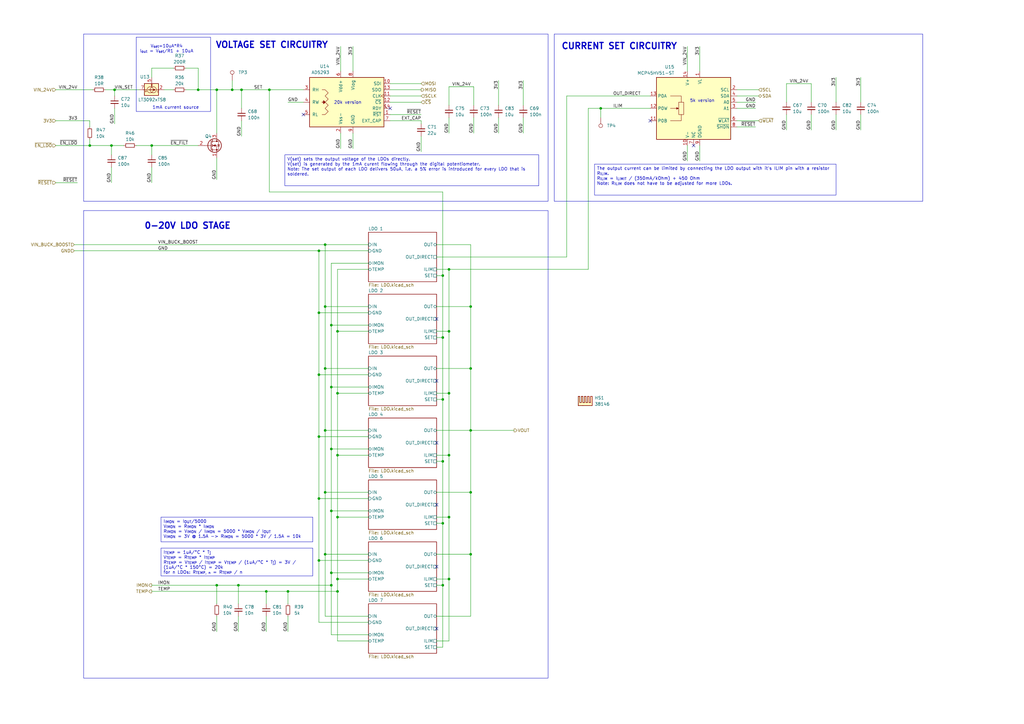
<source format=kicad_sch>
(kicad_sch (version 20250114) (generator "eeschema") (generator_version "9.0")
  (paper "A3")
  (lib_symbols
    (symbol "Library:AD5293" (pin_names (offset 1.016))
      (property "Reference" "U" (at -14.986 11.43 0))
      (property "Value" "AD5293" (at 7.874 11.43 0))
      (symbol "AD5293_0_1"
        (rectangle (start -15.24 10.16) (end 15.24 -10.16) (stroke (width 0.254)) (fill (type background)))
        (polyline (pts (xy 8.89 0) (xy 9.525 0.635) (xy 9.525 -0.635) (xy 8.89 0)) (stroke (width 0.254)) (fill (type outline)))
        (polyline (pts (xy 9.525 0) (xy 10.16 0)) (stroke (width 0.254)))
        (polyline (pts (xy 10.16 5.08) (xy 8.89 5.08) (xy 7.62 3.81) (xy 8.89 2.54) (xy 7.62 1.27) (xy 8.89 0) (xy 7.62 -1.27) (xy 8.89 -2.54) (xy 7.62 -3.81) (xy 8.89 -5.08) (xy 10.16 -5.08) (xy 10.16 -5.08) (xy 10.16 -5.08)))
      )
      (symbol "AD5293_1_1"
        (pin input line (at -17.78 7.62 0) (length 2.54) (name "SDI") (number "10"))
        (pin output line (at -17.78 5.08 0) (length 2.54) (name "SDO") (number "13"))
        (pin input clock (at -17.78 2.54 0) (length 2.54) (name "CLK") (number "11"))
        (pin input line (at -17.78 0 0) (length 2.54) (name "~{CS}") (number "12"))
        (pin open_collector output_low (at -17.78 -2.54 0) (length 2.54) (name "RDY") (number "14"))
        (pin input line (at -17.78 -5.08 0) (length 2.54) (name "~{RST}") (number "1"))
        (pin passive line (at -17.78 -7.62 0) (length 2.54) (name "EXT_CAP") (number "7"))
        (pin power_in line (at -2.54 12.7 270) (length 2.54) (name "Vlog") (number "8"))
        (pin power_in line (at -2.54 -12.7 90) (length 2.54) (name "GND") (number "9"))
        (pin power_in line (at 2.54 12.7 270) (length 2.54) (name "Vdd+") (number "6"))
        (pin power_in line (at 2.54 -12.7 90) (length 2.54) (name "Vss-") (number "2"))
        (pin passive line (at 17.78 5.08 180) (length 2.54) (name "RH") (number "3"))
        (pin passive line (at 17.78 0 180) (length 2.54) (name "RW") (number "4"))
        (pin passive line (at 17.78 -5.08 180) (length 2.54) (name "RL") (number "5"))
      )
    )
    (symbol "Library:CSD18563Q5A" (pin_names (offset 0) (hide yes))
      (property "Reference" "Q" (at 5.08 1.27 0))
      (property "Value" "CSD18563Q5A" (at 5.08 -1.27 0))
      (symbol "CSD18563Q5A_0_1"
        (polyline (pts (xy 0.254 1.905) (xy 0.254 -1.905)) (stroke (width 0.254)))
        (polyline (pts (xy 0.254 0) (xy -2.54 0)))
        (polyline (pts (xy 0.762 2.286) (xy 0.762 1.27)) (stroke (width 0.254)))
        (polyline (pts (xy 0.762 0.508) (xy 0.762 -0.508)) (stroke (width 0.254)))
        (polyline (pts (xy 0.762 -1.27) (xy 0.762 -2.286)) (stroke (width 0.254)))
        (polyline (pts (xy 0.762 -1.778) (xy 3.302 -1.778) (xy 3.302 1.778) (xy 0.762 1.778)))
        (polyline (pts (xy 1.016 0) (xy 2.032 0.381) (xy 2.032 -0.381) (xy 1.016 0)) (fill (type outline)))
        (circle (center 1.651 0) (radius 2.794) (stroke (width 0.254)))
        (polyline (pts (xy 2.54 2.54) (xy 2.54 1.778)))
        (circle (center 2.54 1.778) (radius 0.254) (fill (type outline)))
        (circle (center 2.54 -1.778) (radius 0.254) (fill (type outline)))
        (polyline (pts (xy 2.54 -2.54) (xy 2.54 0) (xy 0.762 0)))
        (polyline (pts (xy 2.794 0.508) (xy 2.921 0.381) (xy 3.683 0.381) (xy 3.81 0.254)))
        (polyline (pts (xy 3.302 0.381) (xy 2.921 -0.254) (xy 3.683 -0.254) (xy 3.302 0.381)))
      )
      (symbol "CSD18563Q5A_1_1"
        (pin input line (at -5.08 0 0) (length 2.54) (name "G") (number "2"))
        (pin passive line (at 2.54 5.08 270) (length 2.54) (name "D") (number "3"))
        (pin passive line (at 2.54 -5.08 90) (length 2.54) (name "S") (number "1"))
      )
    )
    (symbol "Library:C_Small" (pin_numbers (hide yes)) (pin_names (offset 0.254) (hide yes))
      (property "Reference" "C" (at 0.254 1.778 0))
      (property "Value" "C_Small" (at 0.254 -2.032 0))
      (symbol "C_Small_0_1"
        (polyline (pts (xy -1.524 0.508) (xy 1.524 0.508)) (stroke (width 0.3048)))
        (polyline (pts (xy -1.524 -0.508) (xy 1.524 -0.508)) (stroke (width 0.3302)))
      )
      (symbol "C_Small_1_1"
        (pin passive line (at 0 2.54 270) (length 2.032) (name "~") (number "1"))
        (pin passive line (at 0 -2.54 90) (length 2.032) (name "~") (number "2"))
      )
    )
    (symbol "Library:Heatsink" (pin_names (offset 1.016)) (exclude_from_sim yes)
      (property "Reference" "HS" (at 0 5.08 0))
      (property "Value" "Heatsink" (at 0 -1.27 0))
      (symbol "Heatsink_0_1"
        (polyline (pts (xy -0.3302 1.27) (xy -0.9652 1.27) (xy -0.9652 3.81) (xy -1.6002 3.81) (xy -1.6002 1.27) (xy -2.2352 1.27) (xy -2.2352 3.81) (xy -2.8702 3.81) (xy -2.8702 0) (xy -0.9652 0)) (stroke (width 0.254)) (fill (type background)))
        (polyline (pts (xy -0.3302 1.27) (xy -0.3302 3.81) (xy 0.3048 3.81) (xy 0.3048 1.27) (xy 0.9398 1.27) (xy 0.9398 3.81) (xy 1.5748 3.81) (xy 1.5748 1.27) (xy 2.2098 1.27) (xy 2.2098 3.81) (xy 2.8448 3.81) (xy 2.8448 0) (xy -0.9652 0)) (stroke (width 0.254)) (fill (type background)))
      )
    )
    (symbol "Library:LT3092xTS8"
      (property "Reference" "U" (at 0.635 6.35 0))
      (property "Value" "LT3092xTS8" (at 0.635 4.445 0))
      (symbol "LT3092xTS8_0_1"
        (rectangle (start -2.286 3.048) (end 2.54 -2.794) (stroke (width 0.254)) (fill (type background)))
        (polyline (pts (xy -1.143 -2.413) (xy -0.381 -2.413)))
        (polyline (pts (xy -1.016 2.413) (xy -0.254 2.413)))
        (polyline (pts (xy -0.635 2.794) (xy -0.635 2.032)))
        (polyline (pts (xy 0 3.81) (xy 0 1.905)))
        (polyline (pts (xy 0 1.397) (xy 0 -1.397)) (stroke (width 0.254)))
        (circle (center 0 0.635) (radius 1.27))
        (circle (center 0 -0.635) (radius 1.27))
        (polyline (pts (xy 0 -1.397) (xy -0.254 -0.889) (xy 0.254 -0.889) (xy 0 -1.397)) (stroke (width 0.254)))
        (polyline (pts (xy 0 -1.905) (xy 0 -3.175)))
        (polyline (pts (xy 1.27 0) (xy 2.159 0.254) (xy 2.159 -0.254) (xy 1.27 0)))
        (polyline (pts (xy 2.54 0) (xy 1.27 0)))
      )
      (symbol "LT3092xTS8_1_1"
        (pin no_connect line (at -1.27 2.54 0) (length 2.54) (hide yes) (name "NC") (number "1"))
        (pin no_connect line (at -1.27 0 0) (length 2.54) (hide yes) (name "NC") (number "6"))
        (pin passive line (at 0 5.08 270) (length 2.54) (name "~") (number "7"))
        (pin passive line (at 0 5.08 270) (length 2.54) (hide yes) (name "~") (number "8"))
        (pin passive line (at 0 -5.08 90) (length 2.54) (name "~") (number "2"))
        (pin passive line (at 0 -5.08 90) (length 2.54) (hide yes) (name "~") (number "3"))
        (pin passive line (at 0 -5.08 90) (length 2.54) (hide yes) (name "~") (number "4"))
        (pin passive line (at 5.08 0 180) (length 2.54) (name "~") (number "5"))
      )
    )
    (symbol "Library:MCP45HV51-ST"
      (property "Reference" "U" (at -13.97 13.97 0))
      (property "Value" "MCP45HV51-ST" (at 11.43 13.97 0))
      (symbol "MCP45HV51-ST_0_1"
        (polyline (pts (xy 5.08 2.54) (xy 5.08 5.08) (xy 9.525 5.08)))
        (polyline (pts (xy 5.08 -2.54) (xy 5.08 -5.08) (xy 9.525 -5.08)))
        (polyline (pts (xy 6.096 2.54) (xy 4.064 2.54) (xy 4.064 -2.54) (xy 6.096 -2.54) (xy 6.096 2.54)))
        (polyline (pts (xy 6.223 0) (xy 6.985 0.381) (xy 6.985 -0.381) (xy 6.223 0)) (fill (type outline)))
        (polyline (pts (xy 9.525 0) (xy 6.223 0)))
      )
      (symbol "MCP45HV51-ST_1_1"
        (rectangle (start -15.24 12.7) (end 15.24 -12.7) (stroke (width 0.254)) (fill (type background)))
        (pin input line (at -17.78 7.62 0) (length 2.54) (name "SCL") (number "2"))
        (pin bidirectional line (at -17.78 5.08 0) (length 2.54) (name "SDA") (number "4"))
        (pin input line (at -17.78 2.54 0) (length 2.54) (name "A0") (number "5"))
        (pin input line (at -17.78 0 0) (length 2.54) (name "A1") (number "3"))
        (pin input line (at -17.78 -5.08 0) (length 2.54) (name "~{WLAT}") (number "6"))
        (pin input line (at -17.78 -7.62 0) (length 2.54) (name "~{SHDN}") (number "8"))
        (pin power_in line (at -2.54 15.24 270) (length 2.54) (name "VL") (number "1"))
        (pin power_in line (at -2.54 -15.24 90) (length 2.54) (name "DGND") (number "9"))
        (pin passive line (at 0 -15.24 90) (length 2.54) (name "NC") (number "7"))
        (pin power_in line (at 2.54 15.24 270) (length 2.54) (name "V+") (number "14"))
        (pin power_in line (at 2.54 -15.24 90) (length 2.54) (name "V-") (number "10"))
        (pin passive line (at 17.78 5.08 180) (length 2.54) (name "P0A") (number "13"))
        (pin passive line (at 17.78 0 180) (length 2.54) (name "P0W") (number "12"))
        (pin passive line (at 17.78 -5.08 180) (length 2.54) (name "P0B") (number "11"))
      )
    )
    (symbol "Library:R_Small" (pin_numbers (hide yes)) (pin_names (offset 0.254) (hide yes))
      (property "Reference" "R" (at 0.762 0.508 0))
      (property "Value" "R_Small" (at 0.762 -1.016 0))
      (symbol "R_Small_0_1"
        (rectangle (start -0.762 1.778) (end 0.762 -1.778) (stroke (width 0.2032)))
      )
      (symbol "R_Small_1_1"
        (pin passive line (at 0 2.54 270) (length 0.762) (name "~") (number "1"))
        (pin passive line (at 0 -2.54 90) (length 0.762) (name "~") (number "2"))
      )
    )
    (symbol "Library:TestPoint" (pin_numbers (hide yes)) (pin_names (offset 0.762) (hide yes))
      (property "Reference" "TP" (at 0 6.858 0))
      (property "Value" "TestPoint" (at 0 5.08 0))
      (symbol "TestPoint_0_1"
        (circle (center 0 3.302) (radius 0.762))
      )
      (symbol "TestPoint_1_1"
        (pin passive line (at 0 0 90) (length 2.54) (name "1") (number "1"))
      )
    )
  )
  (rectangle (start 34.29 86.36) (end 224.79 278.13))
  (rectangle (start 34.29 13.97) (end 224.79 82.55))
  (rectangle (start 227.33 13.97) (end 378.46 82.55))
  (rectangle (start 55.88 15.24) (end 86.36 45.72))
  (text "CURRENT SET CIRCUITRY" (at 254 19.05 0) (effects (font (size 2.54 2.54) (thickness 0.508) (bold yes))))
  (text "5k version" (at 282.956 41.402 0) (effects (font (size 1.27 1.27)) (justify left)))
  (text "20k version" (at 148.336 42.164 0) (effects (font (size 1.27 1.27)) (justify right)))
  (text "V_{set}=10uA*R4\nI_{out} = V_{set}/R1 + 10uA" (at 68.326 20.066 0) (effects (font (size 1.27 1.27))))
  (text "0-20V LDO STAGE" (at 76.962 92.71 0) (effects (font (size 2.54 2.54) (thickness 0.508) (bold yes))))
  (text "VOLTAGE SET CIRCUITRY" (at 111.506 18.542 0) (effects (font (size 2.54 2.54) (thickness 0.508) (bold yes))))
  (text "1mA current source" (at 62.484 44.196 0) (effects (font (size 1.27 1.27)) (justify left)))
  (text_box "I_{TEMP} = 1uA/°C * T_{j}\nV_{TEMP} = R_{TEMP} * I_{TEMP}\nR_{TEMP} = V_{TEMP} / I_{TEMP} = V_{TEMP} / (1uA/°C * T_{j}) = 3V / (1uA/°C * 150°C) = 20k\nfor n LDOs: R_{TEMP, n} = R_{TEMP} / n" (at 66.04 224.79 0) (size 62.23 11.43) (margins 0.9525 0.9525 0.9525 0.9525) (effects (font (size 1.27 1.27) (thickness 0.1588)) (justify left top)))
  (text_box "V(set) sets the output voltage of the LDOs directly.\nV(set) is generated by the 1mA curent flowing through the digital potentiometer.\nNote: The set output of each LDO delivers 50uA, i.e. a 5% error is introduced for every LDO that is soldered." (at 116.84 63.5 0) (size 104.14 12.7) (margins 0.9525 0.9525 0.9525 0.9525) (effects (font (size 1.27 1.27)) (justify left top)))
  (text_box "The output current can be limited by connecting the LDO output with it's ILIM pin with a resistor R_{ILIM}.\nR_{ILIM} = I_{LIMIT} / (350mA/kOhm) + 450 Ohm\nNote: R_{ILIM} does not have to be adjusted for more LDOs." (at 243.84 67.31 0) (size 99.06 12.7) (margins 0.9525 0.9525 0.9525 0.9525) (effects (font (size 1.27 1.27) (thickness 0.1588)) (justify left top)))
  (text_box "I_{IMON} = I_{OUT}/5000\nV_{IMON} = R_{IMON} * I_{IMON} \nR_{IMON} = V_{IMON} / I_{IMON} = 5000 * V_{IMON} / I_{OUT}\nV_{IMON} = 3V @ 1.5A -> R_{IMON} = 5000 * 3V / 1.5A = 10k" (at 66.04 212.09 0) (size 62.23 10.16) (margins 0.9525 0.9525 0.9525 0.9525) (effects (font (size 1.27 1.27) (thickness 0.1588)) (justify left top)))
  (junction (at 193.04 125.73))
  (junction (at 135.89 184.15))
  (junction (at 36.83 59.69))
  (junction (at 130.81 179.07))
  (junction (at 138.43 161.29))
  (junction (at 135.89 133.35))
  (junction (at 138.43 186.69))
  (junction (at 184.15 237.49))
  (junction (at 88.9 240.03))
  (junction (at 133.35 227.33))
  (junction (at 133.35 201.93))
  (junction (at 97.79 240.03))
  (junction (at 138.43 135.89))
  (junction (at 193.04 176.53))
  (junction (at 130.81 204.47))
  (junction (at 133.35 151.13))
  (junction (at 138.43 212.09))
  (junction (at 45.72 59.69))
  (junction (at 130.81 102.87))
  (junction (at 133.35 125.73))
  (junction (at 184.15 212.09))
  (junction (at 138.43 237.49))
  (junction (at 135.89 240.03))
  (junction (at 130.81 153.67))
  (junction (at 118.11 242.57))
  (junction (at 246.38 44.45))
  (junction (at 62.23 59.69))
  (junction (at 138.43 242.57))
  (junction (at 88.9 36.83))
  (junction (at 181.61 240.03))
  (junction (at 181.61 113.03))
  (junction (at 133.35 176.53))
  (junction (at 135.89 158.75))
  (junction (at 109.22 242.57))
  (junction (at 181.61 214.63))
  (junction (at 135.89 234.95))
  (junction (at 184.15 135.89))
  (junction (at 130.81 229.87))
  (junction (at 181.61 163.83))
  (junction (at 95.25 36.83))
  (junction (at 133.35 100.33))
  (junction (at 181.61 189.23))
  (junction (at 193.04 151.13))
  (junction (at 130.81 128.27))
  (junction (at 184.15 186.69))
  (junction (at 193.04 227.33))
  (junction (at 181.61 138.43))
  (junction (at 110.49 36.83))
  (junction (at 184.15 161.29))
  (junction (at 99.06 36.83))
  (junction (at 81.28 36.83))
  (junction (at 46.99 36.83))
  (junction (at 193.04 201.93))
  (junction (at 135.89 209.55))
  (junction (at 184.15 110.49))
  (no_connect (at 160.02 44.45))
  (no_connect (at 179.07 207.01))
  (no_connect (at 124.46 46.99))
  (no_connect (at 179.07 156.21))
  (no_connect (at 179.07 181.61))
  (no_connect (at 179.07 257.81))
  (no_connect (at 266.7 49.53))
  (no_connect (at 179.07 130.81))
  (no_connect (at 284.48 59.69))
  (no_connect (at 179.07 232.41))
  (wire (pts (xy 193.04 100.33) (xy 193.04 125.73)))
  (wire (pts (xy 322.58 34.29) (xy 332.74 34.29)))
  (wire (pts (xy 62.23 68.58) (xy 62.23 74.93)))
  (wire (pts (xy 172.72 41.91) (xy 160.02 41.91)))
  (wire (pts (xy 181.61 189.23) (xy 181.61 214.63)))
  (wire (pts (xy 133.35 252.73) (xy 151.13 252.73)))
  (wire (pts (xy 22.86 59.69) (xy 36.83 59.69)))
  (wire (pts (xy 99.06 49.53) (xy 99.06 55.88)))
  (wire (pts (xy 193.04 252.73) (xy 179.07 252.73)))
  (wire (pts (xy 135.89 184.15) (xy 135.89 209.55)))
  (wire (pts (xy 179.07 125.73) (xy 193.04 125.73)))
  (wire (pts (xy 179.07 151.13) (xy 193.04 151.13)))
  (wire (pts (xy 133.35 151.13) (xy 151.13 151.13)))
  (wire (pts (xy 184.15 237.49) (xy 184.15 262.89)))
  (wire (pts (xy 151.13 237.49) (xy 138.43 237.49)))
  (wire (pts (xy 151.13 107.95) (xy 135.89 107.95)))
  (wire (pts (xy 193.04 227.33) (xy 179.07 227.33)))
  (wire (pts (xy 138.43 135.89) (xy 151.13 135.89)))
  (wire (pts (xy 184.15 161.29) (xy 184.15 186.69)))
  (wire (pts (xy 43.18 36.83) (xy 46.99 36.83)))
  (wire (pts (xy 124.46 36.83) (xy 110.49 36.83)))
  (wire (pts (xy 287.02 29.21) (xy 287.02 19.05)))
  (wire (pts (xy 138.43 135.89) (xy 138.43 161.29)))
  (wire (pts (xy 353.06 46.99) (xy 353.06 53.34)))
  (wire (pts (xy 62.23 31.75) (xy 62.23 27.94)))
  (wire (pts (xy 138.43 237.49) (xy 138.43 242.57)))
  (wire (pts (xy 232.41 39.37) (xy 266.7 39.37)))
  (wire (pts (xy 88.9 240.03) (xy 97.79 240.03)))
  (wire (pts (xy 45.72 59.69) (xy 50.8 59.69)))
  (wire (pts (xy 181.61 163.83) (xy 179.07 163.83)))
  (wire (pts (xy 151.13 176.53) (xy 133.35 176.53)))
  (wire (pts (xy 193.04 151.13) (xy 193.04 176.53)))
  (wire (pts (xy 181.61 113.03) (xy 179.07 113.03)))
  (wire (pts (xy 151.13 227.33) (xy 133.35 227.33)))
  (wire (pts (xy 179.07 110.49) (xy 184.15 110.49)))
  (wire (pts (xy 179.07 262.89) (xy 184.15 262.89)))
  (wire (pts (xy 110.49 78.74) (xy 110.49 36.83)))
  (wire (pts (xy 135.89 133.35) (xy 135.89 158.75)))
  (wire (pts (xy 138.43 186.69) (xy 151.13 186.69)))
  (wire (pts (xy 194.31 48.26) (xy 194.31 54.61)))
  (wire (pts (xy 342.9 31.75) (xy 342.9 41.91)))
  (wire (pts (xy 118.11 252.73) (xy 118.11 259.08)))
  (wire (pts (xy 36.83 52.07) (xy 36.83 49.53)))
  (wire (pts (xy 88.9 240.03) (xy 88.9 247.65)))
  (wire (pts (xy 172.72 39.37) (xy 160.02 39.37)))
  (wire (pts (xy 302.26 41.91) (xy 309.88 41.91)))
  (wire (pts (xy 76.2 27.94) (xy 81.28 27.94)))
  (wire (pts (xy 88.9 252.73) (xy 88.9 259.08)))
  (wire (pts (xy 130.81 128.27) (xy 130.81 153.67)))
  (wire (pts (xy 193.04 176.53) (xy 210.82 176.53)))
  (wire (pts (xy 138.43 242.57) (xy 138.43 262.89)))
  (wire (pts (xy 109.22 242.57) (xy 118.11 242.57)))
  (wire (pts (xy 22.86 49.53) (xy 36.83 49.53)))
  (wire (pts (xy 193.04 227.33) (xy 193.04 252.73)))
  (wire (pts (xy 133.35 125.73) (xy 151.13 125.73)))
  (wire (pts (xy 302.26 44.45) (xy 309.88 44.45)))
  (wire (pts (xy 266.7 44.45) (xy 246.38 44.45)))
  (wire (pts (xy 322.58 34.29) (xy 322.58 41.91)))
  (wire (pts (xy 353.06 31.75) (xy 353.06 41.91)))
  (wire (pts (xy 118.11 242.57) (xy 138.43 242.57)))
  (wire (pts (xy 184.15 237.49) (xy 184.15 212.09)))
  (wire (pts (xy 281.94 19.05) (xy 281.94 29.21)))
  (wire (pts (xy 151.13 110.49) (xy 138.43 110.49)))
  (wire (pts (xy 130.81 153.67) (xy 151.13 153.67)))
  (wire (pts (xy 62.23 59.69) (xy 81.28 59.69)))
  (wire (pts (xy 22.86 36.83) (xy 38.1 36.83)))
  (wire (pts (xy 172.72 55.88) (xy 172.72 62.23)))
  (wire (pts (xy 135.89 184.15) (xy 151.13 184.15)))
  (wire (pts (xy 138.43 186.69) (xy 138.43 212.09)))
  (wire (pts (xy 179.07 265.43) (xy 181.61 265.43)))
  (wire (pts (xy 36.83 59.69) (xy 45.72 59.69)))
  (wire (pts (xy 332.74 46.99) (xy 332.74 53.34)))
  (wire (pts (xy 30.48 100.33) (xy 133.35 100.33)))
  (wire (pts (xy 139.7 54.61) (xy 139.7 60.96)))
  (wire (pts (xy 151.13 234.95) (xy 135.89 234.95)))
  (wire (pts (xy 138.43 110.49) (xy 138.43 135.89)))
  (wire (pts (xy 151.13 158.75) (xy 135.89 158.75)))
  (wire (pts (xy 133.35 151.13) (xy 133.35 176.53)))
  (wire (pts (xy 204.47 33.02) (xy 204.47 43.18)))
  (wire (pts (xy 99.06 36.83) (xy 110.49 36.83)))
  (wire (pts (xy 99.06 36.83) (xy 99.06 44.45)))
  (wire (pts (xy 130.81 229.87) (xy 151.13 229.87)))
  (wire (pts (xy 181.61 138.43) (xy 179.07 138.43)))
  (wire (pts (xy 172.72 34.29) (xy 160.02 34.29)))
  (wire (pts (xy 130.81 179.07) (xy 130.81 204.47)))
  (wire (pts (xy 184.15 35.56) (xy 184.15 43.18)))
  (wire (pts (xy 22.86 74.93) (xy 31.75 74.93)))
  (wire (pts (xy 160.02 49.53) (xy 172.72 49.53)))
  (wire (pts (xy 214.63 33.02) (xy 214.63 43.18)))
  (wire (pts (xy 181.61 214.63) (xy 179.07 214.63)))
  (wire (pts (xy 36.83 57.15) (xy 36.83 59.69)))
  (wire (pts (xy 55.88 59.69) (xy 62.23 59.69)))
  (wire (pts (xy 133.35 201.93) (xy 133.35 227.33)))
  (wire (pts (xy 184.15 135.89) (xy 184.15 161.29)))
  (wire (pts (xy 95.25 33.02) (xy 95.25 36.83)))
  (wire (pts (xy 71.12 36.83) (xy 67.31 36.83)))
  (wire (pts (xy 184.15 135.89) (xy 179.07 135.89)))
  (wire (pts (xy 151.13 209.55) (xy 135.89 209.55)))
  (wire (pts (xy 172.72 46.99) (xy 160.02 46.99)))
  (wire (pts (xy 172.72 50.8) (xy 172.72 49.53)))
  (wire (pts (xy 109.22 242.57) (xy 109.22 247.65)))
  (wire (pts (xy 62.23 27.94) (xy 71.12 27.94)))
  (wire (pts (xy 138.43 161.29) (xy 138.43 186.69)))
  (wire (pts (xy 322.58 46.99) (xy 322.58 53.34)))
  (wire (pts (xy 302.26 52.07) (xy 309.88 52.07)))
  (wire (pts (xy 181.61 138.43) (xy 181.61 113.03)))
  (wire (pts (xy 193.04 176.53) (xy 179.07 176.53)))
  (wire (pts (xy 302.26 36.83) (xy 311.15 36.83)))
  (wire (pts (xy 62.23 59.69) (xy 62.23 63.5)))
  (wire (pts (xy 130.81 128.27) (xy 151.13 128.27)))
  (wire (pts (xy 281.94 59.69) (xy 281.94 66.04)))
  (wire (pts (xy 179.07 186.69) (xy 184.15 186.69)))
  (wire (pts (xy 184.15 110.49) (xy 241.3 110.49)))
  (wire (pts (xy 179.07 240.03) (xy 181.61 240.03)))
  (wire (pts (xy 45.72 68.58) (xy 45.72 74.93)))
  (wire (pts (xy 46.99 36.83) (xy 57.15 36.83)))
  (wire (pts (xy 130.81 179.07) (xy 151.13 179.07)))
  (wire (pts (xy 342.9 46.99) (xy 342.9 53.34)))
  (wire (pts (xy 135.89 107.95) (xy 135.89 133.35)))
  (wire (pts (xy 179.07 100.33) (xy 193.04 100.33)))
  (wire (pts (xy 184.15 212.09) (xy 179.07 212.09)))
  (wire (pts (xy 139.7 19.05) (xy 139.7 29.21)))
  (wire (pts (xy 184.15 48.26) (xy 184.15 54.61)))
  (wire (pts (xy 204.47 48.26) (xy 204.47 54.61)))
  (wire (pts (xy 97.79 240.03) (xy 97.79 247.65)))
  (wire (pts (xy 133.35 176.53) (xy 133.35 201.93)))
  (wire (pts (xy 133.35 100.33) (xy 133.35 125.73)))
  (wire (pts (xy 46.99 44.45) (xy 46.99 50.8)))
  (wire (pts (xy 181.61 113.03) (xy 181.61 78.74)))
  (wire (pts (xy 184.15 35.56) (xy 194.31 35.56)))
  (wire (pts (xy 144.78 54.61) (xy 144.78 60.96)))
  (wire (pts (xy 135.89 260.35) (xy 151.13 260.35)))
  (wire (pts (xy 181.61 240.03) (xy 181.61 265.43)))
  (wire (pts (xy 130.81 255.27) (xy 151.13 255.27)))
  (wire (pts (xy 241.3 44.45) (xy 241.3 110.49)))
  (wire (pts (xy 133.35 227.33) (xy 133.35 252.73)))
  (wire (pts (xy 133.35 100.33) (xy 151.13 100.33)))
  (wire (pts (xy 81.28 36.83) (xy 88.9 36.83)))
  (wire (pts (xy 133.35 125.73) (xy 133.35 151.13)))
  (wire (pts (xy 88.9 64.77) (xy 88.9 73.66)))
  (wire (pts (xy 138.43 212.09) (xy 138.43 237.49)))
  (wire (pts (xy 109.22 252.73) (xy 109.22 259.08)))
  (wire (pts (xy 138.43 262.89) (xy 151.13 262.89)))
  (wire (pts (xy 135.89 209.55) (xy 135.89 234.95)))
  (wire (pts (xy 179.07 105.41) (xy 232.41 105.41)))
  (wire (pts (xy 130.81 204.47) (xy 151.13 204.47)))
  (wire (pts (xy 135.89 133.35) (xy 151.13 133.35)))
  (wire (pts (xy 184.15 110.49) (xy 184.15 135.89)))
  (wire (pts (xy 135.89 158.75) (xy 135.89 184.15)))
  (wire (pts (xy 62.23 242.57) (xy 109.22 242.57)))
  (wire (pts (xy 124.46 41.91) (xy 118.11 41.91)))
  (wire (pts (xy 97.79 240.03) (xy 135.89 240.03)))
  (wire (pts (xy 193.04 125.73) (xy 193.04 151.13)))
  (wire (pts (xy 130.81 255.27) (xy 130.81 229.87)))
  (wire (pts (xy 95.25 36.83) (xy 99.06 36.83)))
  (wire (pts (xy 246.38 44.45) (xy 246.38 48.26)))
  (wire (pts (xy 118.11 242.57) (xy 118.11 247.65)))
  (wire (pts (xy 184.15 161.29) (xy 179.07 161.29)))
  (wire (pts (xy 181.61 78.74) (xy 110.49 78.74)))
  (wire (pts (xy 232.41 105.41) (xy 232.41 39.37)))
  (wire (pts (xy 46.99 36.83) (xy 46.99 39.37)))
  (wire (pts (xy 81.28 27.94) (xy 81.28 36.83)))
  (wire (pts (xy 30.48 102.87) (xy 130.81 102.87)))
  (wire (pts (xy 181.61 163.83) (xy 181.61 189.23)))
  (wire (pts (xy 135.89 234.95) (xy 135.89 240.03)))
  (wire (pts (xy 214.63 48.26) (xy 214.63 54.61)))
  (wire (pts (xy 287.02 59.69) (xy 287.02 66.04)))
  (wire (pts (xy 88.9 36.83) (xy 88.9 54.61)))
  (wire (pts (xy 81.28 36.83) (xy 76.2 36.83)))
  (wire (pts (xy 144.78 19.05) (xy 144.78 29.21)))
  (wire (pts (xy 181.61 240.03) (xy 181.61 214.63)))
  (wire (pts (xy 193.04 176.53) (xy 193.04 201.93)))
  (wire (pts (xy 179.07 237.49) (xy 184.15 237.49)))
  (wire (pts (xy 181.61 138.43) (xy 181.61 163.83)))
  (wire (pts (xy 172.72 36.83) (xy 160.02 36.83)))
  (wire (pts (xy 246.38 44.45) (xy 241.3 44.45)))
  (wire (pts (xy 184.15 186.69) (xy 184.15 212.09)))
  (wire (pts (xy 88.9 36.83) (xy 95.25 36.83)))
  (wire (pts (xy 332.74 34.29) (xy 332.74 41.91)))
  (wire (pts (xy 97.79 252.73) (xy 97.79 259.08)))
  (wire (pts (xy 130.81 102.87) (xy 151.13 102.87)))
  (wire (pts (xy 45.72 59.69) (xy 45.72 63.5)))
  (wire (pts (xy 193.04 201.93) (xy 179.07 201.93)))
  (wire (pts (xy 151.13 212.09) (xy 138.43 212.09)))
  (wire (pts (xy 193.04 201.93) (xy 193.04 227.33)))
  (wire (pts (xy 135.89 240.03) (xy 135.89 260.35)))
  (wire (pts (xy 302.26 39.37) (xy 311.15 39.37)))
  (wire (pts (xy 130.81 153.67) (xy 130.81 179.07)))
  (wire (pts (xy 179.07 189.23) (xy 181.61 189.23)))
  (wire (pts (xy 194.31 35.56) (xy 194.31 43.18)))
  (wire (pts (xy 133.35 201.93) (xy 151.13 201.93)))
  (wire (pts (xy 302.26 49.53) (xy 311.15 49.53)))
  (wire (pts (xy 130.81 229.87) (xy 130.81 204.47)))
  (wire (pts (xy 151.13 161.29) (xy 138.43 161.29)))
  (wire (pts (xy 130.81 128.27) (xy 130.81 102.87)))
  (wire (pts (xy 62.23 240.03) (xy 88.9 240.03)))
  (label "VIN_SET" (at 46.99 36.83 0))
  (label "~{EN_LDO}" (at 31.75 59.69 180) (effects (font (thickness 0.1588))))
  (label "3V3" (at 204.47 33.02 270))
  (label "OUT_DIRECT" (at 251.46 39.37 0))
  (label "ILIM" (at 251.46 44.45 0))
  (label "GND" (at 139.7 60.96 90))
  (label "3V3" (at 214.63 33.02 270))
  (label "~{RESET}" (at 309.88 52.07 180))
  (label "GND" (at 62.23 74.93 90))
  (label "SET" (at 104.14 36.83 0))
  (label "GND" (at 287.02 66.04 90))
  (label "VIN_BUCK_BOOST" (at 64.77 100.33 0))
  (label "3V3" (at 31.75 49.53 180))
  (label "GND" (at 144.78 60.96 90))
  (label "IMON" (at 64.77 240.03 0))
  (label "GND" (at 99.06 55.88 90))
  (label "VIN_24V" (at 323.85 34.29 0))
  (label "~{RESET}" (at 172.72 46.99 180))
  (label "GND" (at 204.47 54.61 90))
  (label "GND" (at 353.06 53.34 90))
  (label "~{RESET}" (at 31.75 74.93 180))
  (label "GND" (at 88.9 73.66 90))
  (label "GND" (at 88.9 259.08 90))
  (label "3V3" (at 353.06 31.75 270))
  (label "GND" (at 109.22 259.08 90))
  (label "3V3" (at 342.9 31.75 270))
  (label "VIN_24V" (at 31.75 36.83 180))
  (label "GND" (at 97.79 259.08 90))
  (label "GND" (at 332.74 53.34 90))
  (label "GND" (at 46.99 50.8 90))
  (label "GND" (at 64.77 102.87 0))
  (label "VIN_24V" (at 185.42 35.56 0))
  (label "GND" (at 309.88 41.91 180) (effects (font (thickness 0.1588))))
  (label "GND" (at 214.63 54.61 90))
  (label "GND" (at 281.94 66.04 90))
  (label "3V3" (at 144.78 19.05 270))
  (label "GND" (at 322.58 53.34 90))
  (label "~{EN_FILT}" (at 69.85 59.69 0))
  (label "GND" (at 194.31 54.61 90))
  (label "TEMP" (at 64.77 242.57 0))
  (label "GND" (at 118.11 41.91 0))
  (label "GND" (at 118.11 259.08 90))
  (label "EXT_CAP" (at 172.72 49.53 180))
  (label "GND" (at 172.72 62.23 90))
  (label "GND" (at 45.72 74.93 90))
  (label "GND" (at 309.88 44.45 180) (effects (font (thickness 0.1588))))
  (label "VIN_24V" (at 281.94 19.05 270))
  (label "GND" (at 184.15 54.61 90))
  (label "VIN_24V" (at 139.7 19.05 270))
  (label "3V3" (at 287.02 19.05 270))
  (label "GND" (at 342.9 53.34 90))
  (hierarchical_label "~{RESET}" (shape input) (at 22.86 74.93 180))
  (hierarchical_label "~{CS}" (shape input) (at 172.72 41.91 0))
  (hierarchical_label "VOUT" (shape output) (at 210.82 176.53 0))
  (hierarchical_label "SCL" (shape input) (at 311.15 36.83 0))
  (hierarchical_label "SCLK" (shape input) (at 172.72 39.37 0))
  (hierarchical_label "VIN_BUCK_BOOST" (shape input) (at 30.48 100.33 180))
  (hierarchical_label "~{WLAT}" (shape input) (at 311.15 49.53 0))
  (hierarchical_label "MISO" (shape output) (at 172.72 36.83 0))
  (hierarchical_label "TEMP" (shape output) (at 62.23 242.57 180))
  (hierarchical_label "SDA" (shape bidirectional) (at 311.15 39.37 0))
  (hierarchical_label "IMON" (shape output) (at 62.23 240.03 180))
  (hierarchical_label "MOSI" (shape input) (at 172.72 34.29 0))
  (hierarchical_label "GND" (shape input) (at 30.48 102.87 180))
  (hierarchical_label "~{EN_LDO}" (shape input) (at 22.86 59.69 180) (effects (font (thickness 0.1588))))
  (hierarchical_label "VIN_24V" (shape input) (at 22.86 36.83 180))
  (hierarchical_label "3V3" (shape input) (at 22.86 49.53 180))
  (symbol (lib_id "Library:R_Small") (at 40.64 36.83 90) (unit 1)
    (property "Reference" "R38" (at 40.64 31.75 90))
    (property "Value" "10R" (at 40.64 34.29 90))
    (property "Footprint" "Library:R_0603_1608Metric_Pad0.98x0.95mm_HandSolder" (effects (hide yes)))
    (property "Description" "Resistor, small symbol" (effects (hide yes)))
    (property "Digikey-Nr." "541-3243-1-ND" (effects (hide yes)))
    (property "Manufacturer" "Vishay Dale" (effects (hide yes)))
    (property "Manufacturer Nr." "RCA060310R0FKEAHP" (effects (hide yes)))
    (property "Mouser-Nr." "71-RCA060310R0FKEAHP" (effects (hide yes)))
    (property "Manufacturer-Nr." "RCA060310R0FKEAHP" (effects (hide yes)))
  )
  (symbol (lib_id "Library:MCP45HV51-ST") (at 284.48 44.45 0) (mirror y) (unit 1)
    (property "Reference" "U15" (at 276.606 27.432 0) (effects (justify left)))
    (property "Value" "MCP45HV51-ST" (at 276.606 29.972 0) (effects (justify left)))
    (property "Footprint" "Library:TSSOP-14_4.4x5mm_P0.65mm" (effects (hide yes)))
    (property "Datasheet" "http://ww1.microchip.com/downloads/en/DeviceDoc/20005304A.pdf" (effects (hide yes)))
    (property "Description" "7/8-bit single +36V (±18V) digital pot, I2C serial interface, volatile memory, TSSOP-14" (effects (hide yes)))
    (property "Digikey-Nr." "MCP45HV51-502E/ST-ND" (effects (hide yes)))
    (property "Manufacturer" "Microchip Technology" (effects (hide yes)))
    (property "Manufacturer Nr." "MCP45HV51-502E/ST" (effects (hide yes)))
    (property "Mouser-Nr." "579-MCP45HV51-502EST" (effects (hide yes)))
    (property "Manufacturer-Nr." "MCP45HV51-502E/ST" (effects (hide yes)))
  )
  (symbol (lib_id "Library:R_Small") (at 73.66 27.94 90) (unit 1)
    (property "Reference" "R37" (at 73.66 22.86 90))
    (property "Value" "200R" (at 73.66 25.4 90))
    (property "Footprint" "Library:R_0603_1608Metric_Pad0.98x0.95mm_HandSolder" (effects (hide yes)))
    (property "Description" "Resistor, small symbol" (effects (hide yes)))
    (property "Digikey-Nr." "311-200HRCT-ND" (effects (hide yes)))
    (property "Manufacturer" "YAGEO" (effects (hide yes)))
    (property "Manufacturer Nr." "RC0603FR-07200RL" (effects (hide yes)))
    (property "Mouser-Nr." "603-RC0603FR-07200RL" (effects (hide yes)))
    (property "Manufacturer-Nr." "RC0603FR-07200RL" (effects (hide yes)))
  )
  (symbol (lib_id "Library:C_Small") (at 342.9 44.45 0) (unit 1)
    (property "Reference" "C82" (at 345.44 43.1862 0) (effects (justify left)))
    (property "Value" "10u" (at 345.44 45.7262 0) (effects (justify left)))
    (property "Footprint" "Library:C_0805_2012Metric" (effects (hide yes)))
    (property "Description" "Unpolarized capacitor, small symbol" (effects (hide yes)))
    (property "Digikey-Nr." "490-18663-1-ND" (effects (hide yes)))
    (property "Manufacturer" "Murata Electronics" (effects (hide yes)))
    (property "Manufacturer Nr." "GRM21BR61H106KE43L" (effects (hide yes)))
    (property "Mouser-Nr." "81-GRM21BR61H106KE3L" (effects (hide yes)))
    (property "Manufacturer-Nr." "GRM21BR61H106KE43L" (effects (hide yes)))
  )
  (symbol (lib_id "Library:C_Small") (at 184.15 45.72 0) (unit 1)
    (property "Reference" "C75" (at 186.69 44.4562 0) (effects (justify left)))
    (property "Value" "10u" (at 186.69 46.9962 0) (effects (justify left)))
    (property "Footprint" "Library:C_0805_2012Metric" (effects (hide yes)))
    (property "Description" "Unpolarized capacitor, small symbol" (effects (hide yes)))
    (property "Digikey-Nr." "490-18663-1-ND" (effects (hide yes)))
    (property "Manufacturer" "Murata Electronics" (effects (hide yes)))
    (property "Manufacturer Nr." "GRM21BR61H106KE43L" (effects (hide yes)))
    (property "Mouser-Nr." "81-GRM21BR61H106KE3L" (effects (hide yes)))
    (property "Manufacturer-Nr." "GRM21BR61H106KE43L" (effects (hide yes)))
  )
  (symbol (lib_id "Library:TestPoint") (at 95.25 33.02 0) (unit 1)
    (property "Reference" "TP3" (at 97.79 29.7179 0) (effects (justify left)))
    (property "Value" "SET" (effects (hide yes)))
    (property "Footprint" "Library:TestPoint_Pad_D1.0mm" (effects (hide yes)))
    (property "Description" "test point" (effects (hide yes)))
  )
  (symbol (lib_id "Library:C_Small") (at 109.22 250.19 0) (unit 1)
    (property "Reference" "C81" (at 111.76 248.9262 0) (effects (justify left)))
    (property "Value" "10n" (at 111.76 251.4662 0) (effects (justify left)))
    (property "Footprint" "Library:C_0603_1608Metric" (effects (hide yes)))
    (property "Description" "Unpolarized capacitor, small symbol" (effects (hide yes)))
    (property "Digikey-Nr." "1276-1009-1-ND" (effects (hide yes)))
    (property "Manufacturer" "Samsung Electro-Mechanics" (effects (hide yes)))
    (property "Manufacturer Nr." "CL10B103KB8NNNC" (effects (hide yes)))
    (property "Mouser-Nr." "187-CL10B103KB8NNNC" (effects (hide yes)))
    (property "Manufacturer-Nr." "CL10B103KB8NNNC" (effects (hide yes)))
  )
  (symbol (lib_id "Library:C_Small") (at 353.06 44.45 0) (unit 1)
    (property "Reference" "C74" (at 355.6 43.1862 0) (effects (justify left)))
    (property "Value" "100n" (at 355.6 45.7262 0) (effects (justify left)))
    (property "Footprint" "Library:C_0603_1608Metric" (effects (hide yes)))
    (property "Description" "Unpolarized capacitor, small symbol" (effects (hide yes)))
    (property "Digikey-Nr." "1276-1000-1-ND" (effects (hide yes)))
    (property "Manufacturer" "Samsung Electro-Mechanics" (effects (hide yes)))
    (property "Manufacturer Nr." "CL10B104KB8NNNC" (effects (hide yes)))
    (property "Mouser-Nr." "187-CL10B104KB8NNNC" (effects (hide yes)))
    (property "Manufacturer-Nr." "CL10B104KB8NNNC" (effects (hide yes)))
  )
  (symbol (lib_id "Library:C_Small") (at 194.31 45.72 0) (unit 1)
    (property "Reference" "C73" (at 196.85 44.4562 0) (effects (justify left)))
    (property "Value" "100n" (at 196.85 46.9962 0) (effects (justify left)))
    (property "Footprint" "Library:C_0603_1608Metric" (effects (hide yes)))
    (property "Description" "Unpolarized capacitor, small symbol" (effects (hide yes)))
    (property "Digikey-Nr." "1276-1000-1-ND" (effects (hide yes)))
    (property "Manufacturer" "Samsung Electro-Mechanics" (effects (hide yes)))
    (property "Manufacturer Nr." "CL10B104KB8NNNC" (effects (hide yes)))
    (property "Mouser-Nr." "187-CL10B104KB8NNNC" (effects (hide yes)))
    (property "Manufacturer-Nr." "CL10B104KB8NNNC" (effects (hide yes)))
  )
  (symbol (lib_id "Library:AD5293") (at 142.24 41.91 0) (mirror y) (unit 1)
    (property "Reference" "U14" (at 135.128 27.178 0) (effects (justify left)))
    (property "Value" "AD5293" (at 135.128 29.718 0) (effects (justify left)))
    (property "Footprint" "Library:TSSOP-14_4.4x5mm_P0.65mm" (effects (hide yes)))
    (property "Datasheet" "https://www.analog.com/media/en/technical-documentation/data-sheets/AD5293.pdf" (effects (hide yes)))
    (property "Description" "Digital potentiometer 1024 pos (SPI), TSSOP-14" (effects (hide yes)))
    (property "Digikey-Nr." "AD5293BRUZ-20-RL7CT-ND" (effects (hide yes)))
    (property "Manufacturer" "Analog Devices Inc." (effects (hide yes)))
    (property "Manufacturer Nr." "AD5293BRUZ-20-RL7" (effects (hide yes)))
    (property "Mouser-Nr." "584-AD5293BRUZ-20-R7" (effects (hide yes)))
    (property "Manufacturer-Nr." "AD5293BRUZ-20-RL7" (effects (hide yes)))
  )
  (symbol (lib_id "Library:TestPoint") (at 246.38 48.26 180) (unit 1)
    (property "Reference" "TP4" (at 248.92 51.5619 0) (effects (justify right)))
    (property "Value" "ILIM" (effects (hide yes)))
    (property "Footprint" "Library:TestPoint_Pad_D1.0mm" (effects (hide yes)))
    (property "Description" "test point" (effects (hide yes)))
  )
  (symbol (lib_id "Library:C_Small") (at 97.79 250.19 0) (unit 1)
    (property "Reference" "C78" (at 100.33 248.9262 0) (effects (justify left)))
    (property "Value" "10n" (at 100.33 251.4662 0) (effects (justify left)))
    (property "Footprint" "Library:C_0603_1608Metric" (effects (hide yes)))
    (property "Description" "Unpolarized capacitor, small symbol" (effects (hide yes)))
    (property "Digikey-Nr." "1276-1009-1-ND" (effects (hide yes)))
    (property "Manufacturer" "Samsung Electro-Mechanics" (effects (hide yes)))
    (property "Manufacturer Nr." "CL10B103KB8NNNC" (effects (hide yes)))
    (property "Mouser-Nr." "187-CL10B103KB8NNNC" (effects (hide yes)))
    (property "Manufacturer-Nr." "CL10B103KB8NNNC" (effects (hide yes)))
  )
  (symbol (lib_id "Library:CSD18563Q5A") (at 86.36 59.69 0) (unit 1)
    (property "Reference" "Q4" (at 84.074 55.88 0) (effects (justify left)))
    (property "Value" "SISS76LDN-T1-GE3" (effects (hide yes)))
    (property "Footprint" "Library:Vishay_PowerPAK_1212-8_Single" (effects (hide yes)))
    (property "Description" "N-MOSFET transistor, drain/gate/source" (effects (hide yes)))
    (property "Digikey-Nr." "742-SISS76LDN-T1-GE3CT-ND" (effects (hide yes)))
    (property "Manufacturer" "Vishay Siliconix" (effects (hide yes)))
    (property "Manufacturer Nr." "SISS76LDN-T1-GE3" (effects (hide yes)))
    (property "Mouser-Nr." "78-SISS76LDN-T1-GE3" (effects (hide yes)))
    (property "Manufacturer-Nr." "SISS76LDN-T1-GE3" (effects (hide yes)))
  )
  (symbol (lib_id "Library:C_Small") (at 332.74 44.45 0) (unit 1)
    (property "Reference" "C70" (at 335.28 43.1862 0) (effects (justify left)))
    (property "Value" "100n" (at 335.28 45.7262 0) (effects (justify left)))
    (property "Footprint" "Library:C_0603_1608Metric" (effects (hide yes)))
    (property "Description" "Unpolarized capacitor, small symbol" (effects (hide yes)))
    (property "Digikey-Nr." "1276-1000-1-ND" (effects (hide yes)))
    (property "Manufacturer" "Samsung Electro-Mechanics" (effects (hide yes)))
    (property "Manufacturer Nr." "CL10B104KB8NNNC" (effects (hide yes)))
    (property "Mouser-Nr." "187-CL10B104KB8NNNC" (effects (hide yes)))
    (property "Manufacturer-Nr." "CL10B104KB8NNNC" (effects (hide yes)))
  )
  (symbol (lib_id "Library:C_Small") (at 45.72 66.04 0) (unit 1)
    (property "Reference" "C87" (at 48.26 64.7762 0) (effects (justify left)))
    (property "Value" "100n" (at 48.26 67.3162 0) (effects (justify left)))
    (property "Footprint" "Library:C_0603_1608Metric" (effects (hide yes)))
    (property "Description" "Unpolarized capacitor, small symbol" (effects (hide yes)))
    (property "Digikey-Nr." "1276-1000-1-ND" (effects (hide yes)))
    (property "Manufacturer" "Samsung Electro-Mechanics" (effects (hide yes)))
    (property "Manufacturer Nr." "CL10B104KB8NNNC" (effects (hide yes)))
    (property "Mouser-Nr." "187-CL10B104KB8NNNC" (effects (hide yes)))
    (property "Manufacturer-Nr." "CL10B104KB8NNNC" (effects (hide yes)))
  )
  (symbol (lib_id "Library:LT3092xTS8") (at 62.23 36.83 90) (unit 1)
    (property "Reference" "U13" (at 57.404 31.496 90) (effects (justify right)))
    (property "Value" "LT3092xTS8" (at 56.642 40.894 90) (effects (justify right)))
    (property "Footprint" "Library:TSOT-23-8" (effects (hide yes)))
    (property "Datasheet" "https://www.analog.com/media/en/technical-documentation/data-sheets/3092fc.pdf" (effects (hide yes)))
    (property "Description" "200mA 2-Terminal Programmable Current Source, TSOT-23-8" (effects (hide yes)))
    (property "Digikey-Nr." "505-LT3092ETS8#TRPBFCT-ND" (effects (hide yes)))
    (property "Manufacturer" "Analog Devices Inc." (effects (hide yes)))
    (property "Manufacturer Nr." "LT3092ETS8#TRPBF" (effects (hide yes)))
    (property "Mouser-Nr." "584-LT3092ETS8#TRPBF" (effects (hide yes)))
    (property "Manufacturer-Nr." "LT3092ETS8#TRPBF" (effects (hide yes)))
  )
  (symbol (lib_id "Library:R_Small") (at 53.34 59.69 90) (unit 1)
    (property "Reference" "R46" (at 53.34 54.61 90))
    (property "Value" "10k" (at 53.34 57.15 90))
    (property "Footprint" "Library:R_0603_1608Metric_Pad0.98x0.95mm_HandSolder" (effects (hide yes)))
    (property "Description" "Resistor, small symbol" (effects (hide yes)))
    (property "Digikey-Nr." "311-10.0KHRCT-ND" (effects (hide yes)))
    (property "Manufacturer" "YAGEO" (effects (hide yes)))
    (property "Manufacturer Nr." "RC0603FR-0710KL" (effects (hide yes)))
    (property "Mouser-Nr." "603-RC0603FR-0710KL" (effects (hide yes)))
    (property "Manufacturer-Nr." "RC0603FR-0710KL" (effects (hide yes)))
  )
  (symbol (lib_id "Library:R_Small") (at 118.11 250.19 180) (unit 1)
    (property "Reference" "R39" (at 120.65 248.9199 0) (effects (justify right)))
    (property "Value" "5k" (at 120.65 251.4599 0) (effects (justify right)))
    (property "Footprint" "Library:R_0603_1608Metric_Pad0.98x0.95mm_HandSolder" (effects (hide yes)))
    (property "Description" "Resistor, small symbol" (effects (hide yes)))
    (property "Digikey-Nr." "13-RT0603BRE075KLCT-ND" (effects (hide yes)))
    (property "Manufacturer" "YAGEO" (effects (hide yes)))
    (property "Manufacturer Nr." "RT0603BRE075KL" (effects (hide yes)))
    (property "Mouser-Nr." "603-RT0603BRE075KL" (effects (hide yes)))
    (property "Manufacturer-Nr." "RT0603BRE075KL" (effects (hide yes)))
  )
  (symbol (lib_id "Library:C_Small") (at 62.23 66.04 0) (unit 1)
    (property "Reference" "C85" (at 64.77 64.7762 0) (effects (justify left)))
    (property "Value" "100n" (at 64.77 67.3162 0) (effects (justify left)))
    (property "Footprint" "Library:C_0603_1608Metric" (effects (hide yes)))
    (property "Description" "Unpolarized capacitor, small symbol" (effects (hide yes)))
    (property "Digikey-Nr." "1276-1000-1-ND" (effects (hide yes)))
    (property "Manufacturer" "Samsung Electro-Mechanics" (effects (hide yes)))
    (property "Manufacturer Nr." "CL10B104KB8NNNC" (effects (hide yes)))
    (property "Mouser-Nr." "187-CL10B104KB8NNNC" (effects (hide yes)))
    (property "Manufacturer-Nr." "CL10B104KB8NNNC" (effects (hide yes)))
  )
  (symbol (lib_id "Library:C_Small") (at 204.47 45.72 0) (unit 1)
    (property "Reference" "C83" (at 207.01 44.4562 0) (effects (justify left)))
    (property "Value" "10u" (at 207.01 46.9962 0) (effects (justify left)))
    (property "Footprint" "Library:C_0805_2012Metric" (effects (hide yes)))
    (property "Description" "Unpolarized capacitor, small symbol" (effects (hide yes)))
    (property "Digikey-Nr." "490-18663-1-ND" (effects (hide yes)))
    (property "Manufacturer" "Murata Electronics" (effects (hide yes)))
    (property "Manufacturer Nr." "GRM21BR61H106KE43L" (effects (hide yes)))
    (property "Mouser-Nr." "81-GRM21BR61H106KE3L" (effects (hide yes)))
    (property "Manufacturer-Nr." "GRM21BR61H106KE43L" (effects (hide yes)))
  )
  (symbol (lib_id "Library:C_Small") (at 322.58 44.45 0) (unit 1)
    (property "Reference" "C67" (at 325.12 43.1862 0) (effects (justify left)))
    (property "Value" "10u" (at 325.12 45.7262 0) (effects (justify left)))
    (property "Footprint" "Library:C_0805_2012Metric" (effects (hide yes)))
    (property "Description" "Unpolarized capacitor, small symbol" (effects (hide yes)))
    (property "Digikey-Nr." "490-18663-1-ND" (effects (hide yes)))
    (property "Manufacturer" "Murata Electronics" (effects (hide yes)))
    (property "Manufacturer Nr." "GRM21BR61H106KE43L" (effects (hide yes)))
    (property "Mouser-Nr." "81-GRM21BR61H106KE3L" (effects (hide yes)))
    (property "Manufacturer-Nr." "GRM21BR61H106KE43L" (effects (hide yes)))
  )
  (symbol (lib_id "Library:C_Small") (at 46.99 41.91 0) (unit 1)
    (property "Reference" "C72" (at 49.53 40.6462 0) (effects (justify left)))
    (property "Value" "10u" (at 49.53 43.1862 0) (effects (justify left)))
    (property "Footprint" "Library:C_0805_2012Metric" (effects (hide yes)))
    (property "Description" "Unpolarized capacitor, small symbol" (effects (hide yes)))
    (property "Digikey-Nr." "490-18663-1-ND" (effects (hide yes)))
    (property "Manufacturer" "Murata Electronics" (effects (hide yes)))
    (property "Manufacturer Nr." "GRM21BR61H106KE43L" (effects (hide yes)))
    (property "Mouser-Nr." "81-GRM21BR61H106KE3L" (effects (hide yes)))
    (property "Manufacturer-Nr." "GRM21BR61H106KE43L" (effects (hide yes)))
  )
  (symbol (lib_id "Library:R_Small") (at 36.83 54.61 0) (unit 1)
    (property "Reference" "R47" (at 39.37 53.3399 0) (effects (justify left)))
    (property "Value" "10k" (at 39.37 55.8799 0) (effects (justify left)))
    (property "Footprint" "Library:R_0603_1608Metric_Pad0.98x0.95mm_HandSolder" (effects (hide yes)))
    (property "Description" "Resistor, small symbol" (effects (hide yes)))
    (property "Digikey-Nr." "311-10.0KHRCT-ND" (effects (hide yes)))
    (property "Manufacturer" "YAGEO" (effects (hide yes)))
    (property "Manufacturer Nr." "RC0603FR-0710KL" (effects (hide yes)))
    (property "Mouser-Nr." "603-RC0603FR-0710KL" (effects (hide yes)))
    (property "Manufacturer-Nr." "RC0603FR-0710KL" (effects (hide yes)))
  )
  (symbol (lib_id "Library:C_Small") (at 214.63 45.72 0) (unit 1)
    (property "Reference" "C69" (at 217.17 44.4562 0) (effects (justify left)))
    (property "Value" "100n" (at 217.17 46.9962 0) (effects (justify left)))
    (property "Footprint" "Library:C_0603_1608Metric" (effects (hide yes)))
    (property "Description" "Unpolarized capacitor, small symbol" (effects (hide yes)))
    (property "Digikey-Nr." "1276-1000-1-ND" (effects (hide yes)))
    (property "Manufacturer" "Samsung Electro-Mechanics" (effects (hide yes)))
    (property "Manufacturer Nr." "CL10B104KB8NNNC" (effects (hide yes)))
    (property "Mouser-Nr." "187-CL10B104KB8NNNC" (effects (hide yes)))
    (property "Manufacturer-Nr." "CL10B104KB8NNNC" (effects (hide yes)))
  )
  (symbol (lib_id "Library:R_Small") (at 88.9 250.19 180) (unit 1)
    (property "Reference" "R40" (at 91.44 248.9199 0) (effects (justify right)))
    (property "Value" "10k" (at 91.44 251.4599 0) (effects (justify right)))
    (property "Footprint" "Library:R_0603_1608Metric_Pad0.98x0.95mm_HandSolder" (effects (hide yes)))
    (property "Description" "Resistor, small symbol" (effects (hide yes)))
    (property "Digikey-Nr." "311-10.0KHRCT-ND" (effects (hide yes)))
    (property "Manufacturer" "YAGEO" (effects (hide yes)))
    (property "Manufacturer Nr." "RC0603FR-0710KL" (effects (hide yes)))
    (property "Mouser-Nr." "603-RC0603FR-0710KL" (effects (hide yes)))
    (property "Manufacturer-Nr." "RC0603FR-0710KL" (effects (hide yes)))
  )
  (symbol (lib_id "Library:C_Small") (at 99.06 46.99 0) (unit 1)
    (property "Reference" "C68" (at 101.6 45.7262 0) (effects (justify left)))
    (property "Value" "100n" (at 101.6 48.2662 0) (effects (justify left)))
    (property "Footprint" "Library:C_0603_1608Metric" (effects (hide yes)))
    (property "Description" "Unpolarized capacitor, small symbol" (effects (hide yes)))
    (property "Digikey-Nr." "1276-1000-1-ND" (effects (hide yes)))
    (property "Manufacturer" "Samsung Electro-Mechanics" (effects (hide yes)))
    (property "Manufacturer Nr." "CL10B104KB8NNNC" (effects (hide yes)))
    (property "Mouser-Nr." "187-CL10B104KB8NNNC" (effects (hide yes)))
    (property "Manufacturer-Nr." "CL10B104KB8NNNC" (effects (hide yes)))
  )
  (symbol (lib_id "Library:R_Small") (at 73.66 36.83 90) (unit 1)
    (property "Reference" "R36" (at 73.66 31.75 90))
    (property "Value" "20k" (at 73.66 34.29 90))
    (property "Footprint" "Library:R_0603_1608Metric_Pad0.98x0.95mm_HandSolder" (effects (hide yes)))
    (property "Description" "Resistor, small symbol" (effects (hide yes)))
    (property "Digikey-Nr." "311-20.0KHRCT-ND" (effects (hide yes)))
    (property "Manufacturer" "YAGEO" (effects (hide yes)))
    (property "Manufacturer Nr." "RC0603FR-0720KL" (effects (hide yes)))
    (property "Mouser-Nr." "603-RC0603FR-0720KL" (effects (hide yes)))
    (property "Manufacturer-Nr." "RC0603FR-0720KL" (effects (hide yes)))
  )
  (symbol (lib_id "Library:Heatsink") (at 240.03 166.37 0) (unit 1) (exclude_from_sim yes)
    (property "Reference" "HS1" (at 243.84 163.1949 0) (effects (justify left)))
    (property "Value" "38146" (at 243.84 165.7349 0) (effects (justify left)))
    (property "Footprint" "Library:38146-heatsink" (effects (hide yes)))
    (property "Description" "Heatsink" (effects (hide yes)))
    (property "Digikey-Nr." "1102-1622-ND" (effects (hide yes)))
    (property "Manufacturer" "Vicor" (effects (hide yes)))
    (property "Manufacturer Nr." "38146" (effects (hide yes)))
    (property "Manufacturer-Nr." "38146" (effects (hide yes)))
    (property "Mouser-Nr." "492-38146" (effects (hide yes)))
  )
  (symbol (lib_id "Library:C_Small") (at 172.72 53.34 0) (unit 1)
    (property "Reference" "C71" (at 175.26 52.0762 0) (effects (justify left)))
    (property "Value" "22u" (at 175.26 54.6162 0) (effects (justify left)))
    (property "Footprint" "Library:C_1210_3225Metric" (effects (hide yes)))
    (property "Description" "Unpolarized capacitor, small symbol" (effects (hide yes)))
    (property "Digikey-Nr." "1276-3387-1-ND" (effects (hide yes)))
    (property "Manufacturer" "Samsung Electro-Mechanics" (effects (hide yes)))
    (property "Manufacturer Nr." "CL32B106KBJNNNE" (effects (hide yes)))
    (property "Mouser-Nr." "187-CL32B106KBJNNNE" (effects (hide yes)))
    (property "Manufacturer-Nr." "CL32B106KBJNNNE" (effects (hide yes)))
  )
  (sheet (at 151.13 95.25) (size 27.94 20.32) (stroke (width 0.1524))
    (property "Sheetname" "LDO 1" (at 151.13 94.5384 0) (effects (justify left bottom)))
    (property "Sheetfile" "LDO.kicad_sch" (at 151.13 116.1546 0) (effects (justify left top)))
    (pin "ILIM" passive (at 179.07 110.49 0))
    (pin "OUT_DIRECT" passive (at 179.07 105.41 0))
    (pin "SET" passive (at 179.07 113.03 0))
    (pin "IN" input (at 151.13 100.33 180))
    (pin "GND" input (at 151.13 102.87 180))
    (pin "OUT" bidirectional (at 179.07 100.33 0))
    (pin "IMON" bidirectional (at 151.13 107.95 180))
    (pin "TEMP" bidirectional (at 151.13 110.49 180))
  )
  (sheet (at 151.13 196.85) (size 27.94 20.32) (stroke (width 0.1524))
    (property "Sheetname" "LDO 5" (at 151.13 196.1384 0) (effects (justify left bottom)))
    (property "Sheetfile" "LDO.kicad_sch" (at 151.13 217.7546 0) (effects (justify left top)))
    (pin "ILIM" passive (at 179.07 212.09 0))
    (pin "OUT_DIRECT" passive (at 179.07 207.01 0))
    (pin "SET" passive (at 179.07 214.63 0))
    (pin "IN" input (at 151.13 201.93 180))
    (pin "GND" input (at 151.13 204.47 180))
    (pin "OUT" bidirectional (at 179.07 201.93 0))
    (pin "IMON" bidirectional (at 151.13 209.55 180))
    (pin "TEMP" bidirectional (at 151.13 212.09 180))
  )
  (sheet (at 151.13 247.65) (size 27.94 20.32) (stroke (width 0.1524))
    (property "Sheetname" "LDO 7" (at 151.13 246.9384 0) (effects (justify left bottom)))
    (property "Sheetfile" "LDO.kicad_sch" (at 151.13 268.5546 0) (effects (justify left top)))
    (pin "ILIM" passive (at 179.07 262.89 0))
    (pin "OUT_DIRECT" passive (at 179.07 257.81 0))
    (pin "SET" passive (at 179.07 265.43 0))
    (pin "IN" input (at 151.13 252.73 180))
    (pin "GND" input (at 151.13 255.27 180))
    (pin "OUT" bidirectional (at 179.07 252.73 0))
    (pin "IMON" bidirectional (at 151.13 260.35 180))
    (pin "TEMP" bidirectional (at 151.13 262.89 180))
  )
  (sheet (at 151.13 222.25) (size 27.94 20.32) (stroke (width 0.1524))
    (property "Sheetname" "LDO 6" (at 151.13 221.5384 0) (effects (justify left bottom)))
    (property "Sheetfile" "LDO.kicad_sch" (at 151.13 243.1546 0) (effects (justify left top)))
    (pin "ILIM" passive (at 179.07 237.49 0))
    (pin "OUT_DIRECT" passive (at 179.07 232.41 0))
    (pin "SET" passive (at 179.07 240.03 0))
    (pin "IN" input (at 151.13 227.33 180))
    (pin "GND" input (at 151.13 229.87 180))
    (pin "OUT" bidirectional (at 179.07 227.33 0))
    (pin "IMON" bidirectional (at 151.13 234.95 180))
    (pin "TEMP" bidirectional (at 151.13 237.49 180))
  )
  (sheet (at 151.13 171.45) (size 27.94 20.32) (stroke (width 0.1524))
    (property "Sheetname" "LDO 4" (at 151.13 170.7384 0) (effects (justify left bottom)))
    (property "Sheetfile" "LDO.kicad_sch" (at 151.13 192.3546 0) (effects (justify left top)))
    (pin "ILIM" passive (at 179.07 186.69 0))
    (pin "OUT_DIRECT" passive (at 179.07 181.61 0))
    (pin "SET" passive (at 179.07 189.23 0))
    (pin "IN" input (at 151.13 176.53 180))
    (pin "GND" input (at 151.13 179.07 180))
    (pin "OUT" bidirectional (at 179.07 176.53 0))
    (pin "IMON" bidirectional (at 151.13 184.15 180))
    (pin "TEMP" bidirectional (at 151.13 186.69 180))
  )
  (sheet (at 151.13 146.05) (size 27.94 20.32) (stroke (width 0.1524))
    (property "Sheetname" "LDO 3" (at 151.13 145.3384 0) (effects (justify left bottom)))
    (property "Sheetfile" "LDO.kicad_sch" (at 151.13 166.9546 0) (effects (justify left top)))
    (pin "ILIM" passive (at 179.07 161.29 0))
    (pin "OUT_DIRECT" passive (at 179.07 156.21 0))
    (pin "SET" passive (at 179.07 163.83 0))
    (pin "IN" input (at 151.13 151.13 180))
    (pin "GND" input (at 151.13 153.67 180))
    (pin "OUT" bidirectional (at 179.07 151.13 0))
    (pin "IMON" bidirectional (at 151.13 158.75 180))
    (pin "TEMP" bidirectional (at 151.13 161.29 180))
  )
  (sheet (at 151.13 120.65) (size 27.94 20.32) (stroke (width 0.1524))
    (property "Sheetname" "LDO 2" (at 151.13 119.9384 0) (effects (justify left bottom)))
    (property "Sheetfile" "LDO.kicad_sch" (at 151.13 141.5546 0) (effects (justify left top)))
    (pin "ILIM" passive (at 179.07 135.89 0))
    (pin "OUT_DIRECT" passive (at 179.07 130.81 0))
    (pin "SET" passive (at 179.07 138.43 0))
    (pin "IN" input (at 151.13 125.73 180))
    (pin "GND" input (at 151.13 128.27 180))
    (pin "OUT" bidirectional (at 179.07 125.73 0))
    (pin "IMON" bidirectional (at 151.13 133.35 180))
    (pin "TEMP" bidirectional (at 151.13 135.89 180))
  )
)
</source>
